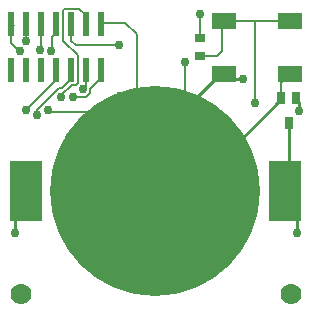
<source format=gbl>
%FSLAX24Y24*%
%MOIN*%
G70*
G01*
G75*
G04 Layer_Physical_Order=2*
G04 Layer_Color=16711680*
G04:AMPARAMS|DCode=10|XSize=15.7mil|YSize=43.3mil|CornerRadius=0mil|HoleSize=0mil|Usage=FLASHONLY|Rotation=315.000|XOffset=0mil|YOffset=0mil|HoleType=Round|Shape=Rectangle|*
%AMROTATEDRECTD10*
4,1,4,-0.0209,-0.0097,0.0097,0.0209,0.0209,0.0097,-0.0097,-0.0209,-0.0209,-0.0097,0.0*
%
%ADD10ROTATEDRECTD10*%

G04:AMPARAMS|DCode=11|XSize=102mil|YSize=59mil|CornerRadius=0mil|HoleSize=0mil|Usage=FLASHONLY|Rotation=315.000|XOffset=0mil|YOffset=0mil|HoleType=Round|Shape=Rectangle|*
%AMROTATEDRECTD11*
4,1,4,-0.0569,0.0152,-0.0152,0.0569,0.0569,-0.0152,0.0152,-0.0569,-0.0569,0.0152,0.0*
%
%ADD11ROTATEDRECTD11*%

%ADD12R,0.1020X0.0590*%
G04:AMPARAMS|DCode=13|XSize=102mil|YSize=59mil|CornerRadius=0mil|HoleSize=0mil|Usage=FLASHONLY|Rotation=45.000|XOffset=0mil|YOffset=0mil|HoleType=Round|Shape=Rectangle|*
%AMROTATEDRECTD13*
4,1,4,-0.0152,-0.0569,-0.0569,-0.0152,0.0152,0.0569,0.0569,0.0152,-0.0152,-0.0569,0.0*
%
%ADD13ROTATEDRECTD13*%

%ADD14R,0.0590X0.1020*%
%ADD15R,0.0270X0.0350*%
G04:AMPARAMS|DCode=16|XSize=27mil|YSize=35mil|CornerRadius=0mil|HoleSize=0mil|Usage=FLASHONLY|Rotation=45.000|XOffset=0mil|YOffset=0mil|HoleType=Round|Shape=Rectangle|*
%AMROTATEDRECTD16*
4,1,4,0.0028,-0.0219,-0.0219,0.0028,-0.0028,0.0219,0.0219,-0.0028,0.0028,-0.0219,0.0*
%
%ADD16ROTATEDRECTD16*%

%ADD17R,0.0350X0.0270*%
G04:AMPARAMS|DCode=18|XSize=27mil|YSize=35mil|CornerRadius=0mil|HoleSize=0mil|Usage=FLASHONLY|Rotation=135.000|XOffset=0mil|YOffset=0mil|HoleType=Round|Shape=Rectangle|*
%AMROTATEDRECTD18*
4,1,4,0.0219,0.0028,-0.0028,-0.0219,-0.0219,-0.0028,0.0028,0.0219,0.0219,0.0028,0.0*
%
%ADD18ROTATEDRECTD18*%

%ADD19C,0.0197*%
%ADD20C,0.0070*%
%ADD21C,0.0100*%
%ADD22C,0.0700*%
%ADD23C,0.0300*%
%ADD24R,0.0315X0.0433*%
%ADD25R,0.0800X0.0550*%
%ADD26C,0.7000*%
%ADD27R,0.1098X0.2000*%
%ADD28R,0.0248X0.0787*%
D17*
X6730Y8690D02*
D03*
X6730Y9270D02*
D03*
D20*
X1950Y9500D02*
Y9790D01*
X1780Y8820D02*
Y9330D01*
X1410Y8900D02*
Y9780D01*
X940Y9170D02*
Y9790D01*
X2930Y7570D02*
Y8200D01*
X3430Y7960D02*
Y8200D01*
X3070Y7600D02*
X3430Y7960D01*
X3070Y7502D02*
Y7600D01*
X3065Y7497D02*
X3070Y7502D01*
X3065Y7464D02*
Y7497D01*
X2916Y7315D02*
X3065Y7464D01*
X2485Y7315D02*
X2916D01*
X2480Y7310D02*
X2485Y7315D01*
X2170Y9200D02*
X2659Y8711D01*
Y7795D02*
Y8711D01*
X2598Y7734D02*
X2659Y7795D01*
X2452Y7734D02*
X2598D01*
X2092Y7322D02*
Y7374D01*
X2452Y7734D01*
X2170Y9200D02*
Y10210D01*
X2430Y9190D02*
X2580Y9040D01*
X2430Y9190D02*
Y9800D01*
X2140Y7620D02*
X2430Y7910D01*
X1950Y7930D02*
Y8190D01*
X920Y6900D02*
X1950Y7930D01*
X2170Y10210D02*
X2226Y10266D01*
X2704D01*
X2930Y10040D01*
Y9768D02*
Y10040D01*
X1290Y6730D02*
Y6900D01*
X2430Y7910D02*
Y8200D01*
X2010Y7620D02*
X2140D01*
X1780Y9330D02*
X1950Y9500D01*
X1660Y6820D02*
X3000D01*
X6220Y6920D02*
Y8480D01*
Y5180D02*
Y6920D01*
X5240Y4200D02*
X6220Y5180D01*
X4620Y5296D02*
Y9410D01*
Y5296D02*
X5240Y4676D01*
X4230Y9800D02*
X4620Y9410D01*
X3430Y9800D02*
X4230D01*
X7460Y9805D02*
X7520Y9865D01*
X7460Y8850D02*
Y9805D01*
X7300Y8690D02*
X7460Y8850D01*
X6730Y8690D02*
X7300D01*
X6730Y9270D02*
Y9990D01*
X1290Y6900D02*
X2010Y7620D01*
X2580Y9040D02*
X4030D01*
X9424Y7799D02*
X9720Y8095D01*
X9424Y7244D02*
Y7799D01*
X7520Y9865D02*
X9720D01*
X8550Y7120D02*
Y9855D01*
X430Y9130D02*
Y9800D01*
Y9130D02*
X730Y8830D01*
X1410Y9780D02*
X1430Y9800D01*
X930D02*
X940Y9790D01*
X430Y9800D02*
X510Y9720D01*
D21*
X6220Y6920D02*
X7395Y8095D01*
X5240Y5940D02*
X6220Y6920D01*
X5240Y4676D02*
Y5940D01*
X7395Y8095D02*
X7520D01*
X7685Y7930D02*
X8150D01*
X7945Y5835D02*
X8110Y6000D01*
X6360Y4250D02*
X7945Y5835D01*
X8015D01*
X9424Y7244D01*
X9936D02*
X10020Y7160D01*
Y6850D02*
Y7160D01*
X5240Y4100D02*
Y4200D01*
X9575Y4250D02*
X9950Y3875D01*
Y2790D02*
Y3875D01*
X550Y2770D02*
Y3875D01*
X925Y4250D01*
X8110Y5980D02*
Y6000D01*
X9680Y4355D02*
Y6496D01*
X9575Y4250D02*
X9680Y4355D01*
D22*
X9750Y750D02*
D03*
X750D02*
D03*
D23*
X2092Y7322D02*
D03*
X1668Y6898D02*
D03*
X6220Y8480D02*
D03*
X2350Y5960D02*
D03*
X6720Y10070D02*
D03*
X10020Y6850D02*
D03*
X8550Y7120D02*
D03*
X2480Y7310D02*
D03*
X2810Y7570D02*
D03*
X4060Y7360D02*
D03*
X1750Y8850D02*
D03*
X1380Y8870D02*
D03*
X720Y8840D02*
D03*
X940Y9170D02*
D03*
X4030Y9040D02*
D03*
X9950Y2790D02*
D03*
X550Y2770D02*
D03*
X8150Y7930D02*
D03*
X8500Y4210D02*
D03*
X7160Y1730D02*
D03*
X2100Y3270D02*
D03*
X4110Y1270D02*
D03*
X3670Y4560D02*
D03*
X1290Y6730D02*
D03*
X920Y6900D02*
D03*
D24*
X9680Y6457D02*
D03*
X9424Y7283D02*
D03*
X9936D02*
D03*
D25*
X9720Y9865D02*
D03*
X7520D02*
D03*
X9720Y8095D02*
D03*
X7520D02*
D03*
D26*
X5240Y4200D02*
D03*
D27*
X915D02*
D03*
X9565D02*
D03*
D28*
X3430Y8232D02*
D03*
X2930D02*
D03*
X2430D02*
D03*
X1930D02*
D03*
X1430D02*
D03*
X930D02*
D03*
X430D02*
D03*
X3430Y9768D02*
D03*
X2930D02*
D03*
X2430D02*
D03*
X1930D02*
D03*
X1430D02*
D03*
X930D02*
D03*
X430D02*
D03*
M02*

</source>
